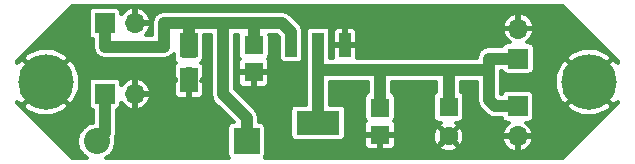
<source format=gtl>
%TF.GenerationSoftware,KiCad,Pcbnew,no-vcs-found-a240f88~61~ubuntu14.04.1*%
%TF.CreationDate,2017-12-06T06:47:01+01:00*%
%TF.ProjectId,LCSDR,4C435344522E6B696361645F70636200,rev?*%
%TF.SameCoordinates,Original*%
%TF.FileFunction,Copper,L1,Top,Signal*%
%TF.FilePolarity,Positive*%
%FSLAX46Y46*%
G04 Gerber Fmt 4.6, Leading zero omitted, Abs format (unit mm)*
G04 Created by KiCad (PCBNEW no-vcs-found-a240f88~61~ubuntu14.04.1) date Wed Dec  6 06:47:01 2017*
%MOMM*%
%LPD*%
G01*
G04 APERTURE LIST*
%TA.AperFunction,SMDPad,CuDef*%
%ADD10R,1.600000X1.600000*%
%TD*%
%TA.AperFunction,ComponentPad*%
%ADD11R,1.300000X1.300000*%
%TD*%
%TA.AperFunction,ComponentPad*%
%ADD12C,1.300000*%
%TD*%
%TA.AperFunction,SMDPad,CuDef*%
%ADD13R,1.501140X2.148840*%
%TD*%
%TA.AperFunction,ComponentPad*%
%ADD14C,1.600000*%
%TD*%
%TA.AperFunction,ComponentPad*%
%ADD15R,1.600000X1.600000*%
%TD*%
%TA.AperFunction,ComponentPad*%
%ADD16O,1.700000X1.700000*%
%TD*%
%TA.AperFunction,ComponentPad*%
%ADD17R,1.700000X1.700000*%
%TD*%
%TA.AperFunction,SMDPad,CuDef*%
%ADD18R,3.657600X2.032000*%
%TD*%
%TA.AperFunction,SMDPad,CuDef*%
%ADD19R,1.016000X2.032000*%
%TD*%
%TA.AperFunction,ComponentPad*%
%ADD20C,4.700000*%
%TD*%
%TA.AperFunction,ComponentPad*%
%ADD21O,2.200000X2.200000*%
%TD*%
%TA.AperFunction,ComponentPad*%
%ADD22R,2.200000X2.200000*%
%TD*%
%TA.AperFunction,Conductor*%
%ADD23C,1.000000*%
%TD*%
%TA.AperFunction,Conductor*%
%ADD24C,0.354000*%
%TD*%
G04 APERTURE END LIST*
D10*
%TO.P,C1,1*%
%TO.N,Net-(C1-Pad1)*%
X21600000Y11150000D03*
%TO.P,C1,2*%
%TO.N,GND*%
X21600000Y8850000D03*
%TD*%
D11*
%TO.P,C2,1*%
%TO.N,Net-(C1-Pad1)*%
X16100000Y10650000D03*
D12*
%TO.P,C2,2*%
%TO.N,GND*%
X16100000Y8650000D03*
D13*
%TO.P,C2,1*%
%TO.N,Net-(C1-Pad1)*%
X16100000Y11151140D03*
%TO.P,C2,2*%
%TO.N,GND*%
X16100000Y8148860D03*
%TD*%
D14*
%TO.P,C3,2*%
%TO.N,GND*%
X38100000Y3400000D03*
D15*
%TO.P,C3,1*%
%TO.N,Net-(C3-Pad1)*%
X38100000Y5900000D03*
%TD*%
D10*
%TO.P,C4,2*%
%TO.N,GND*%
X32300000Y3550000D03*
%TO.P,C4,1*%
%TO.N,Net-(C3-Pad1)*%
X32300000Y5850000D03*
%TD*%
D16*
%TO.P,P1,2*%
%TO.N,GND*%
X11540000Y7000000D03*
D17*
%TO.P,P1,1*%
%TO.N,Net-(D1-Pad2)*%
X9000000Y7000000D03*
%TD*%
%TO.P,P2,1*%
%TO.N,Net-(C3-Pad1)*%
X43950000Y5950000D03*
D16*
%TO.P,P2,2*%
%TO.N,GND*%
X43950000Y3410000D03*
%TD*%
D18*
%TO.P,U1,4*%
%TO.N,Net-(C3-Pad1)*%
X27050000Y4548000D03*
D19*
%TO.P,U1,2*%
X27050000Y11152000D03*
%TO.P,U1,3*%
%TO.N,Net-(C1-Pad1)*%
X24764000Y11152000D03*
%TO.P,U1,1*%
%TO.N,GND*%
X29336000Y11152000D03*
%TD*%
D16*
%TO.P,P3,2*%
%TO.N,GND*%
X44000000Y12540000D03*
D17*
%TO.P,P3,1*%
%TO.N,Net-(C3-Pad1)*%
X44000000Y10000000D03*
%TD*%
%TO.P,P4,1*%
%TO.N,Net-(C1-Pad1)*%
X9000000Y13000000D03*
D16*
%TO.P,P4,2*%
%TO.N,GND*%
X11540000Y13000000D03*
%TD*%
D20*
%TO.P,P5,1*%
%TO.N,GND*%
X4000000Y8000000D03*
%TD*%
%TO.P,P6,1*%
%TO.N,GND*%
X50000000Y8000000D03*
%TD*%
D21*
%TO.P,D1,2*%
%TO.N,Net-(D1-Pad2)*%
X8300000Y3000000D03*
D22*
%TO.P,D1,1*%
%TO.N,Net-(C1-Pad1)*%
X21000000Y3000000D03*
%TD*%
D23*
%TO.N,Net-(C1-Pad1)*%
X21000000Y3000000D02*
X21000000Y5000000D01*
X19000000Y7000000D02*
X19000000Y13000000D01*
X21000000Y5000000D02*
X19000000Y7000000D01*
X9000000Y13000000D02*
X9000000Y11000000D01*
X14000000Y13000000D02*
X16100000Y13000000D01*
X14000000Y11000000D02*
X14000000Y13000000D01*
X13000000Y11000000D02*
X14000000Y11000000D01*
X9000000Y11000000D02*
X13000000Y11000000D01*
X21600000Y11150000D02*
X21600000Y13000000D01*
X16100000Y10650000D02*
X16100000Y13000000D01*
X24764000Y12236000D02*
X24764000Y11152000D01*
X24000000Y13000000D02*
X24764000Y12236000D01*
X16100000Y13000000D02*
X19000000Y13000000D01*
X19000000Y13000000D02*
X21600000Y13000000D01*
X21600000Y13000000D02*
X24000000Y13000000D01*
%TO.N,Net-(C3-Pad1)*%
X41500000Y9000000D02*
X41500000Y10000000D01*
X41500000Y10000000D02*
X44000000Y10000000D01*
X41500000Y9000000D02*
X41500000Y6500000D01*
X42050000Y5950000D02*
X43950000Y5950000D01*
X41500000Y6500000D02*
X42050000Y5950000D01*
X32300000Y5850000D02*
X32300000Y9000000D01*
X38100000Y5900000D02*
X38100000Y9000000D01*
X27050000Y9000000D02*
X32300000Y9000000D01*
X32300000Y9000000D02*
X38100000Y9000000D01*
X38100000Y9000000D02*
X41500000Y9000000D01*
X27050000Y11152000D02*
X27050000Y9000000D01*
X27050000Y9000000D02*
X27050000Y4548000D01*
%TO.N,Net-(D1-Pad2)*%
X9000000Y7000000D02*
X9000000Y3700000D01*
X9000000Y3700000D02*
X8300000Y3000000D01*
%TD*%
D24*
%TO.N,GND*%
G36*
X52423000Y9760999D02*
X52423000Y9653192D01*
X52417583Y9661299D01*
X52034739Y9925845D01*
X50108894Y8000000D01*
X52034739Y6074155D01*
X52417583Y6338701D01*
X52423000Y6351312D01*
X52423000Y6239001D01*
X47760998Y1577000D01*
X22517995Y1577000D01*
X22596423Y1694375D01*
X22637324Y1900000D01*
X22637324Y4100000D01*
X22596423Y4305625D01*
X22479945Y4479945D01*
X22305625Y4596423D01*
X22100000Y4637324D01*
X22027000Y4637324D01*
X22027000Y5000000D01*
X21948824Y5393016D01*
X21834577Y5564000D01*
X24683876Y5564000D01*
X24683876Y3532000D01*
X24724777Y3326375D01*
X24841255Y3152055D01*
X25015575Y3035577D01*
X25221200Y2994676D01*
X28878800Y2994676D01*
X29084425Y3035577D01*
X29258745Y3152055D01*
X29375223Y3326375D01*
X29378181Y3341250D01*
X30973000Y3341250D01*
X30973000Y2645173D01*
X31053231Y2451478D01*
X31201479Y2303231D01*
X31395173Y2223000D01*
X32091250Y2223000D01*
X32223000Y2354750D01*
X32223000Y3473000D01*
X32377000Y3473000D01*
X32377000Y2354750D01*
X32508750Y2223000D01*
X33204827Y2223000D01*
X33398521Y2303231D01*
X33546769Y2451478D01*
X33560123Y2483719D01*
X37292613Y2483719D01*
X37368311Y2261917D01*
X37859533Y2068543D01*
X38387364Y2077872D01*
X38831689Y2261917D01*
X38907387Y2483719D01*
X38100000Y3291106D01*
X37292613Y2483719D01*
X33560123Y2483719D01*
X33627000Y2645173D01*
X33627000Y3341250D01*
X33495250Y3473000D01*
X32377000Y3473000D01*
X32223000Y3473000D01*
X31104750Y3473000D01*
X30973000Y3341250D01*
X29378181Y3341250D01*
X29416124Y3532000D01*
X29416124Y5564000D01*
X29375223Y5769625D01*
X29258745Y5943945D01*
X29084425Y6060423D01*
X28878800Y6101324D01*
X28077000Y6101324D01*
X28077000Y7973000D01*
X31273000Y7973000D01*
X31273000Y7132141D01*
X31120055Y7029945D01*
X31003577Y6855625D01*
X30962676Y6650000D01*
X30962676Y5050000D01*
X31003577Y4844375D01*
X31101914Y4697205D01*
X31053231Y4648522D01*
X30973000Y4454827D01*
X30973000Y3758750D01*
X31104750Y3627000D01*
X32223000Y3627000D01*
X32223000Y3647000D01*
X32377000Y3647000D01*
X32377000Y3627000D01*
X33495250Y3627000D01*
X33508717Y3640467D01*
X36768543Y3640467D01*
X36777872Y3112636D01*
X36961917Y2668311D01*
X37183719Y2592613D01*
X37991106Y3400000D01*
X38208894Y3400000D01*
X39016281Y2592613D01*
X39238083Y2668311D01*
X39415451Y3118875D01*
X42604127Y3118875D01*
X42792462Y2664176D01*
X43165989Y2277978D01*
X43658874Y2064120D01*
X43873000Y2166898D01*
X43873000Y3333000D01*
X44027000Y3333000D01*
X44027000Y2166898D01*
X44241126Y2064120D01*
X44734011Y2277978D01*
X45107538Y2664176D01*
X45295873Y3118875D01*
X45192867Y3333000D01*
X44027000Y3333000D01*
X43873000Y3333000D01*
X42707133Y3333000D01*
X42604127Y3118875D01*
X39415451Y3118875D01*
X39431457Y3159533D01*
X39422128Y3687364D01*
X39238083Y4131689D01*
X39016281Y4207387D01*
X38208894Y3400000D01*
X37991106Y3400000D01*
X37183719Y4207387D01*
X36961917Y4131689D01*
X36768543Y3640467D01*
X33508717Y3640467D01*
X33627000Y3758750D01*
X33627000Y4454827D01*
X33546769Y4648522D01*
X33498086Y4697205D01*
X33596423Y4844375D01*
X33637324Y5050000D01*
X33637324Y6650000D01*
X33596423Y6855625D01*
X33479945Y7029945D01*
X33327000Y7132141D01*
X33327000Y7973000D01*
X37073000Y7973000D01*
X37073000Y7182141D01*
X36920055Y7079945D01*
X36803577Y6905625D01*
X36762676Y6700000D01*
X36762676Y5100000D01*
X36803577Y4894375D01*
X36920055Y4720055D01*
X37094375Y4603577D01*
X37300000Y4562676D01*
X37427684Y4562676D01*
X37368311Y4538083D01*
X37292613Y4316281D01*
X38100000Y3508894D01*
X38907387Y4316281D01*
X38831689Y4538083D01*
X38769216Y4562676D01*
X38900000Y4562676D01*
X39105625Y4603577D01*
X39279945Y4720055D01*
X39396423Y4894375D01*
X39437324Y5100000D01*
X39437324Y6700000D01*
X39396423Y6905625D01*
X39279945Y7079945D01*
X39127000Y7182141D01*
X39127000Y7973000D01*
X40473000Y7973000D01*
X40473000Y6500000D01*
X40551176Y6106984D01*
X40773801Y5773801D01*
X41323799Y5223804D01*
X41323801Y5223801D01*
X41656984Y5001176D01*
X42050000Y4923000D01*
X42597883Y4923000D01*
X42603577Y4894375D01*
X42720055Y4720055D01*
X42894375Y4603577D01*
X43100000Y4562676D01*
X43213591Y4562676D01*
X43165989Y4542022D01*
X42792462Y4155824D01*
X42604127Y3701125D01*
X42707133Y3487000D01*
X43873000Y3487000D01*
X43873000Y3507000D01*
X44027000Y3507000D01*
X44027000Y3487000D01*
X45192867Y3487000D01*
X45295873Y3701125D01*
X45107538Y4155824D01*
X44734011Y4542022D01*
X44686409Y4562676D01*
X44800000Y4562676D01*
X45005625Y4603577D01*
X45179945Y4720055D01*
X45296423Y4894375D01*
X45337324Y5100000D01*
X45337324Y5965261D01*
X48074155Y5965261D01*
X48338701Y5582417D01*
X49390328Y5130694D01*
X50534773Y5115796D01*
X51597803Y5539991D01*
X51661299Y5582417D01*
X51925845Y5965261D01*
X50000000Y7891106D01*
X48074155Y5965261D01*
X45337324Y5965261D01*
X45337324Y6800000D01*
X45296423Y7005625D01*
X45179945Y7179945D01*
X45005625Y7296423D01*
X44800000Y7337324D01*
X43100000Y7337324D01*
X42894375Y7296423D01*
X42720055Y7179945D01*
X42603577Y7005625D01*
X42597883Y6977000D01*
X42527000Y6977000D01*
X42527000Y7465227D01*
X47115796Y7465227D01*
X47539991Y6402197D01*
X47582417Y6338701D01*
X47965261Y6074155D01*
X49891106Y8000000D01*
X47965261Y9925845D01*
X47582417Y9661299D01*
X47130694Y8609672D01*
X47115796Y7465227D01*
X42527000Y7465227D01*
X42527000Y8973000D01*
X42647883Y8973000D01*
X42653577Y8944375D01*
X42770055Y8770055D01*
X42944375Y8653577D01*
X43150000Y8612676D01*
X44850000Y8612676D01*
X45055625Y8653577D01*
X45229945Y8770055D01*
X45346423Y8944375D01*
X45387324Y9150000D01*
X45387324Y10034739D01*
X48074155Y10034739D01*
X50000000Y8108894D01*
X51925845Y10034739D01*
X51661299Y10417583D01*
X50609672Y10869306D01*
X49465227Y10884204D01*
X48402197Y10460009D01*
X48338701Y10417583D01*
X48074155Y10034739D01*
X45387324Y10034739D01*
X45387324Y10850000D01*
X45346423Y11055625D01*
X45229945Y11229945D01*
X45055625Y11346423D01*
X44850000Y11387324D01*
X44736409Y11387324D01*
X44784011Y11407978D01*
X45157538Y11794176D01*
X45345873Y12248875D01*
X45242867Y12463000D01*
X44077000Y12463000D01*
X44077000Y12443000D01*
X43923000Y12443000D01*
X43923000Y12463000D01*
X42757133Y12463000D01*
X42654127Y12248875D01*
X42842462Y11794176D01*
X43215989Y11407978D01*
X43263591Y11387324D01*
X43150000Y11387324D01*
X42944375Y11346423D01*
X42770055Y11229945D01*
X42653577Y11055625D01*
X42647883Y11027000D01*
X41500000Y11027000D01*
X41106984Y10948824D01*
X40773801Y10726199D01*
X40551176Y10393016D01*
X40478371Y10027000D01*
X30369271Y10027000D01*
X30371000Y10031173D01*
X30371000Y10943250D01*
X30239250Y11075000D01*
X29413000Y11075000D01*
X29413000Y11055000D01*
X29259000Y11055000D01*
X29259000Y11075000D01*
X28432750Y11075000D01*
X28301000Y10943250D01*
X28301000Y10031173D01*
X28302729Y10027000D01*
X28077000Y10027000D01*
X28077000Y10043878D01*
X28095324Y10136000D01*
X28095324Y12168000D01*
X28074473Y12272827D01*
X28301000Y12272827D01*
X28301000Y11360750D01*
X28432750Y11229000D01*
X29259000Y11229000D01*
X29259000Y12563250D01*
X29413000Y12563250D01*
X29413000Y11229000D01*
X30239250Y11229000D01*
X30371000Y11360750D01*
X30371000Y12272827D01*
X30290769Y12466521D01*
X30142522Y12614769D01*
X29948827Y12695000D01*
X29544750Y12695000D01*
X29413000Y12563250D01*
X29259000Y12563250D01*
X29127250Y12695000D01*
X28723173Y12695000D01*
X28529478Y12614769D01*
X28381231Y12466521D01*
X28301000Y12272827D01*
X28074473Y12272827D01*
X28054423Y12373625D01*
X27937945Y12547945D01*
X27763625Y12664423D01*
X27558000Y12705324D01*
X26542000Y12705324D01*
X26336375Y12664423D01*
X26162055Y12547945D01*
X26045577Y12373625D01*
X26004676Y12168000D01*
X26004676Y10136000D01*
X26023000Y10043878D01*
X26023000Y6101324D01*
X25221200Y6101324D01*
X25015575Y6060423D01*
X24841255Y5943945D01*
X24724777Y5769625D01*
X24683876Y5564000D01*
X21834577Y5564000D01*
X21726199Y5726199D01*
X20027000Y7425398D01*
X20027000Y8641250D01*
X20273000Y8641250D01*
X20273000Y7945173D01*
X20353231Y7751478D01*
X20501479Y7603231D01*
X20695173Y7523000D01*
X21391250Y7523000D01*
X21523000Y7654750D01*
X21523000Y8773000D01*
X21677000Y8773000D01*
X21677000Y7654750D01*
X21808750Y7523000D01*
X22504827Y7523000D01*
X22698521Y7603231D01*
X22846769Y7751478D01*
X22927000Y7945173D01*
X22927000Y8641250D01*
X22795250Y8773000D01*
X21677000Y8773000D01*
X21523000Y8773000D01*
X20404750Y8773000D01*
X20273000Y8641250D01*
X20027000Y8641250D01*
X20027000Y11973000D01*
X20267251Y11973000D01*
X20262676Y11950000D01*
X20262676Y10350000D01*
X20303577Y10144375D01*
X20401914Y9997205D01*
X20353231Y9948522D01*
X20273000Y9754827D01*
X20273000Y9058750D01*
X20404750Y8927000D01*
X21523000Y8927000D01*
X21523000Y8947000D01*
X21677000Y8947000D01*
X21677000Y8927000D01*
X22795250Y8927000D01*
X22927000Y9058750D01*
X22927000Y9754827D01*
X22846769Y9948522D01*
X22798086Y9997205D01*
X22896423Y10144375D01*
X22937324Y10350000D01*
X22937324Y11950000D01*
X22932749Y11973000D01*
X23574602Y11973000D01*
X23718676Y11828926D01*
X23718676Y10136000D01*
X23759577Y9930375D01*
X23876055Y9756055D01*
X24050375Y9639577D01*
X24256000Y9598676D01*
X25272000Y9598676D01*
X25477625Y9639577D01*
X25651945Y9756055D01*
X25768423Y9930375D01*
X25809324Y10136000D01*
X25809324Y12168000D01*
X25768423Y12373625D01*
X25761591Y12383850D01*
X25712824Y12629016D01*
X25577780Y12831125D01*
X42654127Y12831125D01*
X42757133Y12617000D01*
X43923000Y12617000D01*
X43923000Y13783102D01*
X44077000Y13783102D01*
X44077000Y12617000D01*
X45242867Y12617000D01*
X45345873Y12831125D01*
X45157538Y13285824D01*
X44784011Y13672022D01*
X44291126Y13885880D01*
X44077000Y13783102D01*
X43923000Y13783102D01*
X43708874Y13885880D01*
X43215989Y13672022D01*
X42842462Y13285824D01*
X42654127Y12831125D01*
X25577780Y12831125D01*
X25490199Y12962199D01*
X24726199Y13726199D01*
X24393016Y13948824D01*
X24000000Y14027000D01*
X14000000Y14027000D01*
X13606984Y13948824D01*
X13273801Y13726199D01*
X13051176Y13393016D01*
X12973000Y13000000D01*
X12973000Y12027000D01*
X12476622Y12027000D01*
X12672022Y12215989D01*
X12885880Y12708874D01*
X12783102Y12923000D01*
X11617000Y12923000D01*
X11617000Y12903000D01*
X11463000Y12903000D01*
X11463000Y12923000D01*
X11443000Y12923000D01*
X11443000Y13077000D01*
X11463000Y13077000D01*
X11463000Y14242867D01*
X11617000Y14242867D01*
X11617000Y13077000D01*
X12783102Y13077000D01*
X12885880Y13291126D01*
X12672022Y13784011D01*
X12285824Y14157538D01*
X11831125Y14345873D01*
X11617000Y14242867D01*
X11463000Y14242867D01*
X11248875Y14345873D01*
X10794176Y14157538D01*
X10407978Y13784011D01*
X10387324Y13736409D01*
X10387324Y13850000D01*
X10346423Y14055625D01*
X10229945Y14229945D01*
X10055625Y14346423D01*
X9850000Y14387324D01*
X8150000Y14387324D01*
X7944375Y14346423D01*
X7770055Y14229945D01*
X7653577Y14055625D01*
X7612676Y13850000D01*
X7612676Y12150000D01*
X7653577Y11944375D01*
X7770055Y11770055D01*
X7944375Y11653577D01*
X7973000Y11647883D01*
X7973000Y11000000D01*
X8051176Y10606984D01*
X8273801Y10273801D01*
X8606984Y10051176D01*
X9000000Y9973000D01*
X14000000Y9973000D01*
X14393016Y10051176D01*
X14726199Y10273801D01*
X14812106Y10402370D01*
X14812106Y10076720D01*
X14853007Y9871095D01*
X14969485Y9696775D01*
X15034316Y9653456D01*
X14902661Y9521802D01*
X14822430Y9328107D01*
X14822430Y8357610D01*
X14954180Y8225860D01*
X14995786Y8225860D01*
X15059575Y8071860D01*
X14954180Y8071860D01*
X14822430Y7940110D01*
X14822430Y6969613D01*
X14902661Y6775918D01*
X15050909Y6627671D01*
X15244603Y6547440D01*
X15891250Y6547440D01*
X16023000Y6679190D01*
X16023000Y7470714D01*
X16177000Y7474555D01*
X16177000Y6679190D01*
X16308750Y6547440D01*
X16955397Y6547440D01*
X17149091Y6627671D01*
X17297339Y6775918D01*
X17377570Y6969613D01*
X17377570Y7940110D01*
X17245820Y8071860D01*
X17138589Y8071860D01*
X17197923Y8225860D01*
X17245820Y8225860D01*
X17377570Y8357610D01*
X17377570Y9328107D01*
X17297339Y9521802D01*
X17165684Y9653456D01*
X17230515Y9696775D01*
X17346993Y9871095D01*
X17387894Y10076720D01*
X17387894Y11973000D01*
X17973000Y11973000D01*
X17973000Y7000000D01*
X18051176Y6606984D01*
X18273801Y6273801D01*
X19910278Y4637324D01*
X19900000Y4637324D01*
X19694375Y4596423D01*
X19520055Y4479945D01*
X19403577Y4305625D01*
X19362676Y4100000D01*
X19362676Y1900000D01*
X19403577Y1694375D01*
X19482005Y1577000D01*
X9074457Y1577000D01*
X9482338Y1849537D01*
X9835027Y2377374D01*
X9958875Y3000000D01*
X9909514Y3248153D01*
X9948824Y3306984D01*
X10027000Y3700000D01*
X10027000Y5647883D01*
X10055625Y5653577D01*
X10229945Y5770055D01*
X10346423Y5944375D01*
X10387324Y6150000D01*
X10387324Y6263591D01*
X10407978Y6215989D01*
X10794176Y5842462D01*
X11248875Y5654127D01*
X11463000Y5757133D01*
X11463000Y6923000D01*
X11617000Y6923000D01*
X11617000Y5757133D01*
X11831125Y5654127D01*
X12285824Y5842462D01*
X12672022Y6215989D01*
X12885880Y6708874D01*
X12783102Y6923000D01*
X11617000Y6923000D01*
X11463000Y6923000D01*
X11443000Y6923000D01*
X11443000Y7077000D01*
X11463000Y7077000D01*
X11463000Y8242867D01*
X11617000Y8242867D01*
X11617000Y7077000D01*
X12783102Y7077000D01*
X12885880Y7291126D01*
X12672022Y7784011D01*
X12285824Y8157538D01*
X11831125Y8345873D01*
X11617000Y8242867D01*
X11463000Y8242867D01*
X11248875Y8345873D01*
X10794176Y8157538D01*
X10407978Y7784011D01*
X10387324Y7736409D01*
X10387324Y7850000D01*
X10346423Y8055625D01*
X10229945Y8229945D01*
X10055625Y8346423D01*
X9850000Y8387324D01*
X8150000Y8387324D01*
X7944375Y8346423D01*
X7770055Y8229945D01*
X7653577Y8055625D01*
X7612676Y7850000D01*
X7612676Y6150000D01*
X7653577Y5944375D01*
X7770055Y5770055D01*
X7944375Y5653577D01*
X7973000Y5647883D01*
X7973000Y4568296D01*
X7645499Y4503152D01*
X7117662Y4150463D01*
X6764973Y3622626D01*
X6641125Y3000000D01*
X6764973Y2377374D01*
X7117662Y1849537D01*
X7525543Y1577000D01*
X6239001Y1577000D01*
X1850741Y5965261D01*
X2074155Y5965261D01*
X2338701Y5582417D01*
X3390328Y5130694D01*
X4534773Y5115796D01*
X5597803Y5539991D01*
X5661299Y5582417D01*
X5925845Y5965261D01*
X4000000Y7891106D01*
X2074155Y5965261D01*
X1850741Y5965261D01*
X1577000Y6239002D01*
X1577000Y6346808D01*
X1582417Y6338701D01*
X1965261Y6074155D01*
X3891106Y8000000D01*
X4108894Y8000000D01*
X6034739Y6074155D01*
X6417583Y6338701D01*
X6869306Y7390328D01*
X6884204Y8534773D01*
X6460009Y9597803D01*
X6417583Y9661299D01*
X6034739Y9925845D01*
X4108894Y8000000D01*
X3891106Y8000000D01*
X1965261Y9925845D01*
X1582417Y9661299D01*
X1577000Y9648688D01*
X1577000Y9760998D01*
X1850740Y10034739D01*
X2074155Y10034739D01*
X4000000Y8108894D01*
X5925845Y10034739D01*
X5661299Y10417583D01*
X4609672Y10869306D01*
X3465227Y10884204D01*
X2402197Y10460009D01*
X2338701Y10417583D01*
X2074155Y10034739D01*
X1850740Y10034739D01*
X6239001Y14423000D01*
X47760998Y14423000D01*
X52423000Y9760999D01*
X52423000Y9760999D01*
G37*
X52423000Y9760999D02*
X52423000Y9653192D01*
X52417583Y9661299D01*
X52034739Y9925845D01*
X50108894Y8000000D01*
X52034739Y6074155D01*
X52417583Y6338701D01*
X52423000Y6351312D01*
X52423000Y6239001D01*
X47760998Y1577000D01*
X22517995Y1577000D01*
X22596423Y1694375D01*
X22637324Y1900000D01*
X22637324Y4100000D01*
X22596423Y4305625D01*
X22479945Y4479945D01*
X22305625Y4596423D01*
X22100000Y4637324D01*
X22027000Y4637324D01*
X22027000Y5000000D01*
X21948824Y5393016D01*
X21834577Y5564000D01*
X24683876Y5564000D01*
X24683876Y3532000D01*
X24724777Y3326375D01*
X24841255Y3152055D01*
X25015575Y3035577D01*
X25221200Y2994676D01*
X28878800Y2994676D01*
X29084425Y3035577D01*
X29258745Y3152055D01*
X29375223Y3326375D01*
X29378181Y3341250D01*
X30973000Y3341250D01*
X30973000Y2645173D01*
X31053231Y2451478D01*
X31201479Y2303231D01*
X31395173Y2223000D01*
X32091250Y2223000D01*
X32223000Y2354750D01*
X32223000Y3473000D01*
X32377000Y3473000D01*
X32377000Y2354750D01*
X32508750Y2223000D01*
X33204827Y2223000D01*
X33398521Y2303231D01*
X33546769Y2451478D01*
X33560123Y2483719D01*
X37292613Y2483719D01*
X37368311Y2261917D01*
X37859533Y2068543D01*
X38387364Y2077872D01*
X38831689Y2261917D01*
X38907387Y2483719D01*
X38100000Y3291106D01*
X37292613Y2483719D01*
X33560123Y2483719D01*
X33627000Y2645173D01*
X33627000Y3341250D01*
X33495250Y3473000D01*
X32377000Y3473000D01*
X32223000Y3473000D01*
X31104750Y3473000D01*
X30973000Y3341250D01*
X29378181Y3341250D01*
X29416124Y3532000D01*
X29416124Y5564000D01*
X29375223Y5769625D01*
X29258745Y5943945D01*
X29084425Y6060423D01*
X28878800Y6101324D01*
X28077000Y6101324D01*
X28077000Y7973000D01*
X31273000Y7973000D01*
X31273000Y7132141D01*
X31120055Y7029945D01*
X31003577Y6855625D01*
X30962676Y6650000D01*
X30962676Y5050000D01*
X31003577Y4844375D01*
X31101914Y4697205D01*
X31053231Y4648522D01*
X30973000Y4454827D01*
X30973000Y3758750D01*
X31104750Y3627000D01*
X32223000Y3627000D01*
X32223000Y3647000D01*
X32377000Y3647000D01*
X32377000Y3627000D01*
X33495250Y3627000D01*
X33508717Y3640467D01*
X36768543Y3640467D01*
X36777872Y3112636D01*
X36961917Y2668311D01*
X37183719Y2592613D01*
X37991106Y3400000D01*
X38208894Y3400000D01*
X39016281Y2592613D01*
X39238083Y2668311D01*
X39415451Y3118875D01*
X42604127Y3118875D01*
X42792462Y2664176D01*
X43165989Y2277978D01*
X43658874Y2064120D01*
X43873000Y2166898D01*
X43873000Y3333000D01*
X44027000Y3333000D01*
X44027000Y2166898D01*
X44241126Y2064120D01*
X44734011Y2277978D01*
X45107538Y2664176D01*
X45295873Y3118875D01*
X45192867Y3333000D01*
X44027000Y3333000D01*
X43873000Y3333000D01*
X42707133Y3333000D01*
X42604127Y3118875D01*
X39415451Y3118875D01*
X39431457Y3159533D01*
X39422128Y3687364D01*
X39238083Y4131689D01*
X39016281Y4207387D01*
X38208894Y3400000D01*
X37991106Y3400000D01*
X37183719Y4207387D01*
X36961917Y4131689D01*
X36768543Y3640467D01*
X33508717Y3640467D01*
X33627000Y3758750D01*
X33627000Y4454827D01*
X33546769Y4648522D01*
X33498086Y4697205D01*
X33596423Y4844375D01*
X33637324Y5050000D01*
X33637324Y6650000D01*
X33596423Y6855625D01*
X33479945Y7029945D01*
X33327000Y7132141D01*
X33327000Y7973000D01*
X37073000Y7973000D01*
X37073000Y7182141D01*
X36920055Y7079945D01*
X36803577Y6905625D01*
X36762676Y6700000D01*
X36762676Y5100000D01*
X36803577Y4894375D01*
X36920055Y4720055D01*
X37094375Y4603577D01*
X37300000Y4562676D01*
X37427684Y4562676D01*
X37368311Y4538083D01*
X37292613Y4316281D01*
X38100000Y3508894D01*
X38907387Y4316281D01*
X38831689Y4538083D01*
X38769216Y4562676D01*
X38900000Y4562676D01*
X39105625Y4603577D01*
X39279945Y4720055D01*
X39396423Y4894375D01*
X39437324Y5100000D01*
X39437324Y6700000D01*
X39396423Y6905625D01*
X39279945Y7079945D01*
X39127000Y7182141D01*
X39127000Y7973000D01*
X40473000Y7973000D01*
X40473000Y6500000D01*
X40551176Y6106984D01*
X40773801Y5773801D01*
X41323799Y5223804D01*
X41323801Y5223801D01*
X41656984Y5001176D01*
X42050000Y4923000D01*
X42597883Y4923000D01*
X42603577Y4894375D01*
X42720055Y4720055D01*
X42894375Y4603577D01*
X43100000Y4562676D01*
X43213591Y4562676D01*
X43165989Y4542022D01*
X42792462Y4155824D01*
X42604127Y3701125D01*
X42707133Y3487000D01*
X43873000Y3487000D01*
X43873000Y3507000D01*
X44027000Y3507000D01*
X44027000Y3487000D01*
X45192867Y3487000D01*
X45295873Y3701125D01*
X45107538Y4155824D01*
X44734011Y4542022D01*
X44686409Y4562676D01*
X44800000Y4562676D01*
X45005625Y4603577D01*
X45179945Y4720055D01*
X45296423Y4894375D01*
X45337324Y5100000D01*
X45337324Y5965261D01*
X48074155Y5965261D01*
X48338701Y5582417D01*
X49390328Y5130694D01*
X50534773Y5115796D01*
X51597803Y5539991D01*
X51661299Y5582417D01*
X51925845Y5965261D01*
X50000000Y7891106D01*
X48074155Y5965261D01*
X45337324Y5965261D01*
X45337324Y6800000D01*
X45296423Y7005625D01*
X45179945Y7179945D01*
X45005625Y7296423D01*
X44800000Y7337324D01*
X43100000Y7337324D01*
X42894375Y7296423D01*
X42720055Y7179945D01*
X42603577Y7005625D01*
X42597883Y6977000D01*
X42527000Y6977000D01*
X42527000Y7465227D01*
X47115796Y7465227D01*
X47539991Y6402197D01*
X47582417Y6338701D01*
X47965261Y6074155D01*
X49891106Y8000000D01*
X47965261Y9925845D01*
X47582417Y9661299D01*
X47130694Y8609672D01*
X47115796Y7465227D01*
X42527000Y7465227D01*
X42527000Y8973000D01*
X42647883Y8973000D01*
X42653577Y8944375D01*
X42770055Y8770055D01*
X42944375Y8653577D01*
X43150000Y8612676D01*
X44850000Y8612676D01*
X45055625Y8653577D01*
X45229945Y8770055D01*
X45346423Y8944375D01*
X45387324Y9150000D01*
X45387324Y10034739D01*
X48074155Y10034739D01*
X50000000Y8108894D01*
X51925845Y10034739D01*
X51661299Y10417583D01*
X50609672Y10869306D01*
X49465227Y10884204D01*
X48402197Y10460009D01*
X48338701Y10417583D01*
X48074155Y10034739D01*
X45387324Y10034739D01*
X45387324Y10850000D01*
X45346423Y11055625D01*
X45229945Y11229945D01*
X45055625Y11346423D01*
X44850000Y11387324D01*
X44736409Y11387324D01*
X44784011Y11407978D01*
X45157538Y11794176D01*
X45345873Y12248875D01*
X45242867Y12463000D01*
X44077000Y12463000D01*
X44077000Y12443000D01*
X43923000Y12443000D01*
X43923000Y12463000D01*
X42757133Y12463000D01*
X42654127Y12248875D01*
X42842462Y11794176D01*
X43215989Y11407978D01*
X43263591Y11387324D01*
X43150000Y11387324D01*
X42944375Y11346423D01*
X42770055Y11229945D01*
X42653577Y11055625D01*
X42647883Y11027000D01*
X41500000Y11027000D01*
X41106984Y10948824D01*
X40773801Y10726199D01*
X40551176Y10393016D01*
X40478371Y10027000D01*
X30369271Y10027000D01*
X30371000Y10031173D01*
X30371000Y10943250D01*
X30239250Y11075000D01*
X29413000Y11075000D01*
X29413000Y11055000D01*
X29259000Y11055000D01*
X29259000Y11075000D01*
X28432750Y11075000D01*
X28301000Y10943250D01*
X28301000Y10031173D01*
X28302729Y10027000D01*
X28077000Y10027000D01*
X28077000Y10043878D01*
X28095324Y10136000D01*
X28095324Y12168000D01*
X28074473Y12272827D01*
X28301000Y12272827D01*
X28301000Y11360750D01*
X28432750Y11229000D01*
X29259000Y11229000D01*
X29259000Y12563250D01*
X29413000Y12563250D01*
X29413000Y11229000D01*
X30239250Y11229000D01*
X30371000Y11360750D01*
X30371000Y12272827D01*
X30290769Y12466521D01*
X30142522Y12614769D01*
X29948827Y12695000D01*
X29544750Y12695000D01*
X29413000Y12563250D01*
X29259000Y12563250D01*
X29127250Y12695000D01*
X28723173Y12695000D01*
X28529478Y12614769D01*
X28381231Y12466521D01*
X28301000Y12272827D01*
X28074473Y12272827D01*
X28054423Y12373625D01*
X27937945Y12547945D01*
X27763625Y12664423D01*
X27558000Y12705324D01*
X26542000Y12705324D01*
X26336375Y12664423D01*
X26162055Y12547945D01*
X26045577Y12373625D01*
X26004676Y12168000D01*
X26004676Y10136000D01*
X26023000Y10043878D01*
X26023000Y6101324D01*
X25221200Y6101324D01*
X25015575Y6060423D01*
X24841255Y5943945D01*
X24724777Y5769625D01*
X24683876Y5564000D01*
X21834577Y5564000D01*
X21726199Y5726199D01*
X20027000Y7425398D01*
X20027000Y8641250D01*
X20273000Y8641250D01*
X20273000Y7945173D01*
X20353231Y7751478D01*
X20501479Y7603231D01*
X20695173Y7523000D01*
X21391250Y7523000D01*
X21523000Y7654750D01*
X21523000Y8773000D01*
X21677000Y8773000D01*
X21677000Y7654750D01*
X21808750Y7523000D01*
X22504827Y7523000D01*
X22698521Y7603231D01*
X22846769Y7751478D01*
X22927000Y7945173D01*
X22927000Y8641250D01*
X22795250Y8773000D01*
X21677000Y8773000D01*
X21523000Y8773000D01*
X20404750Y8773000D01*
X20273000Y8641250D01*
X20027000Y8641250D01*
X20027000Y11973000D01*
X20267251Y11973000D01*
X20262676Y11950000D01*
X20262676Y10350000D01*
X20303577Y10144375D01*
X20401914Y9997205D01*
X20353231Y9948522D01*
X20273000Y9754827D01*
X20273000Y9058750D01*
X20404750Y8927000D01*
X21523000Y8927000D01*
X21523000Y8947000D01*
X21677000Y8947000D01*
X21677000Y8927000D01*
X22795250Y8927000D01*
X22927000Y9058750D01*
X22927000Y9754827D01*
X22846769Y9948522D01*
X22798086Y9997205D01*
X22896423Y10144375D01*
X22937324Y10350000D01*
X22937324Y11950000D01*
X22932749Y11973000D01*
X23574602Y11973000D01*
X23718676Y11828926D01*
X23718676Y10136000D01*
X23759577Y9930375D01*
X23876055Y9756055D01*
X24050375Y9639577D01*
X24256000Y9598676D01*
X25272000Y9598676D01*
X25477625Y9639577D01*
X25651945Y9756055D01*
X25768423Y9930375D01*
X25809324Y10136000D01*
X25809324Y12168000D01*
X25768423Y12373625D01*
X25761591Y12383850D01*
X25712824Y12629016D01*
X25577780Y12831125D01*
X42654127Y12831125D01*
X42757133Y12617000D01*
X43923000Y12617000D01*
X43923000Y13783102D01*
X44077000Y13783102D01*
X44077000Y12617000D01*
X45242867Y12617000D01*
X45345873Y12831125D01*
X45157538Y13285824D01*
X44784011Y13672022D01*
X44291126Y13885880D01*
X44077000Y13783102D01*
X43923000Y13783102D01*
X43708874Y13885880D01*
X43215989Y13672022D01*
X42842462Y13285824D01*
X42654127Y12831125D01*
X25577780Y12831125D01*
X25490199Y12962199D01*
X24726199Y13726199D01*
X24393016Y13948824D01*
X24000000Y14027000D01*
X14000000Y14027000D01*
X13606984Y13948824D01*
X13273801Y13726199D01*
X13051176Y13393016D01*
X12973000Y13000000D01*
X12973000Y12027000D01*
X12476622Y12027000D01*
X12672022Y12215989D01*
X12885880Y12708874D01*
X12783102Y12923000D01*
X11617000Y12923000D01*
X11617000Y12903000D01*
X11463000Y12903000D01*
X11463000Y12923000D01*
X11443000Y12923000D01*
X11443000Y13077000D01*
X11463000Y13077000D01*
X11463000Y14242867D01*
X11617000Y14242867D01*
X11617000Y13077000D01*
X12783102Y13077000D01*
X12885880Y13291126D01*
X12672022Y13784011D01*
X12285824Y14157538D01*
X11831125Y14345873D01*
X11617000Y14242867D01*
X11463000Y14242867D01*
X11248875Y14345873D01*
X10794176Y14157538D01*
X10407978Y13784011D01*
X10387324Y13736409D01*
X10387324Y13850000D01*
X10346423Y14055625D01*
X10229945Y14229945D01*
X10055625Y14346423D01*
X9850000Y14387324D01*
X8150000Y14387324D01*
X7944375Y14346423D01*
X7770055Y14229945D01*
X7653577Y14055625D01*
X7612676Y13850000D01*
X7612676Y12150000D01*
X7653577Y11944375D01*
X7770055Y11770055D01*
X7944375Y11653577D01*
X7973000Y11647883D01*
X7973000Y11000000D01*
X8051176Y10606984D01*
X8273801Y10273801D01*
X8606984Y10051176D01*
X9000000Y9973000D01*
X14000000Y9973000D01*
X14393016Y10051176D01*
X14726199Y10273801D01*
X14812106Y10402370D01*
X14812106Y10076720D01*
X14853007Y9871095D01*
X14969485Y9696775D01*
X15034316Y9653456D01*
X14902661Y9521802D01*
X14822430Y9328107D01*
X14822430Y8357610D01*
X14954180Y8225860D01*
X14995786Y8225860D01*
X15059575Y8071860D01*
X14954180Y8071860D01*
X14822430Y7940110D01*
X14822430Y6969613D01*
X14902661Y6775918D01*
X15050909Y6627671D01*
X15244603Y6547440D01*
X15891250Y6547440D01*
X16023000Y6679190D01*
X16023000Y7470714D01*
X16177000Y7474555D01*
X16177000Y6679190D01*
X16308750Y6547440D01*
X16955397Y6547440D01*
X17149091Y6627671D01*
X17297339Y6775918D01*
X17377570Y6969613D01*
X17377570Y7940110D01*
X17245820Y8071860D01*
X17138589Y8071860D01*
X17197923Y8225860D01*
X17245820Y8225860D01*
X17377570Y8357610D01*
X17377570Y9328107D01*
X17297339Y9521802D01*
X17165684Y9653456D01*
X17230515Y9696775D01*
X17346993Y9871095D01*
X17387894Y10076720D01*
X17387894Y11973000D01*
X17973000Y11973000D01*
X17973000Y7000000D01*
X18051176Y6606984D01*
X18273801Y6273801D01*
X19910278Y4637324D01*
X19900000Y4637324D01*
X19694375Y4596423D01*
X19520055Y4479945D01*
X19403577Y4305625D01*
X19362676Y4100000D01*
X19362676Y1900000D01*
X19403577Y1694375D01*
X19482005Y1577000D01*
X9074457Y1577000D01*
X9482338Y1849537D01*
X9835027Y2377374D01*
X9958875Y3000000D01*
X9909514Y3248153D01*
X9948824Y3306984D01*
X10027000Y3700000D01*
X10027000Y5647883D01*
X10055625Y5653577D01*
X10229945Y5770055D01*
X10346423Y5944375D01*
X10387324Y6150000D01*
X10387324Y6263591D01*
X10407978Y6215989D01*
X10794176Y5842462D01*
X11248875Y5654127D01*
X11463000Y5757133D01*
X11463000Y6923000D01*
X11617000Y6923000D01*
X11617000Y5757133D01*
X11831125Y5654127D01*
X12285824Y5842462D01*
X12672022Y6215989D01*
X12885880Y6708874D01*
X12783102Y6923000D01*
X11617000Y6923000D01*
X11463000Y6923000D01*
X11443000Y6923000D01*
X11443000Y7077000D01*
X11463000Y7077000D01*
X11463000Y8242867D01*
X11617000Y8242867D01*
X11617000Y7077000D01*
X12783102Y7077000D01*
X12885880Y7291126D01*
X12672022Y7784011D01*
X12285824Y8157538D01*
X11831125Y8345873D01*
X11617000Y8242867D01*
X11463000Y8242867D01*
X11248875Y8345873D01*
X10794176Y8157538D01*
X10407978Y7784011D01*
X10387324Y7736409D01*
X10387324Y7850000D01*
X10346423Y8055625D01*
X10229945Y8229945D01*
X10055625Y8346423D01*
X9850000Y8387324D01*
X8150000Y8387324D01*
X7944375Y8346423D01*
X7770055Y8229945D01*
X7653577Y8055625D01*
X7612676Y7850000D01*
X7612676Y6150000D01*
X7653577Y5944375D01*
X7770055Y5770055D01*
X7944375Y5653577D01*
X7973000Y5647883D01*
X7973000Y4568296D01*
X7645499Y4503152D01*
X7117662Y4150463D01*
X6764973Y3622626D01*
X6641125Y3000000D01*
X6764973Y2377374D01*
X7117662Y1849537D01*
X7525543Y1577000D01*
X6239001Y1577000D01*
X1850741Y5965261D01*
X2074155Y5965261D01*
X2338701Y5582417D01*
X3390328Y5130694D01*
X4534773Y5115796D01*
X5597803Y5539991D01*
X5661299Y5582417D01*
X5925845Y5965261D01*
X4000000Y7891106D01*
X2074155Y5965261D01*
X1850741Y5965261D01*
X1577000Y6239002D01*
X1577000Y6346808D01*
X1582417Y6338701D01*
X1965261Y6074155D01*
X3891106Y8000000D01*
X4108894Y8000000D01*
X6034739Y6074155D01*
X6417583Y6338701D01*
X6869306Y7390328D01*
X6884204Y8534773D01*
X6460009Y9597803D01*
X6417583Y9661299D01*
X6034739Y9925845D01*
X4108894Y8000000D01*
X3891106Y8000000D01*
X1965261Y9925845D01*
X1582417Y9661299D01*
X1577000Y9648688D01*
X1577000Y9760998D01*
X1850740Y10034739D01*
X2074155Y10034739D01*
X4000000Y8108894D01*
X5925845Y10034739D01*
X5661299Y10417583D01*
X4609672Y10869306D01*
X3465227Y10884204D01*
X2402197Y10460009D01*
X2338701Y10417583D01*
X2074155Y10034739D01*
X1850740Y10034739D01*
X6239001Y14423000D01*
X47760998Y14423000D01*
X52423000Y9760999D01*
%TD*%
M02*

</source>
